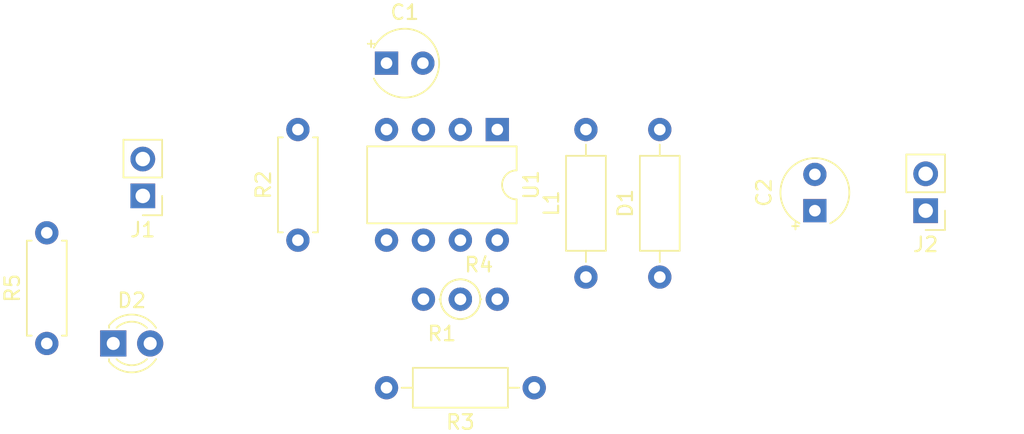
<source format=kicad_pcb>
(kicad_pcb (version 20171130) (host pcbnew "(5.1.8)-1")

  (general
    (thickness 1.6)
    (drawings 0)
    (tracks 0)
    (zones 0)
    (modules 13)
    (nets 10)
  )

  (page A4)
  (layers
    (0 F.Cu signal)
    (31 B.Cu signal)
    (32 B.Adhes user)
    (33 F.Adhes user)
    (34 B.Paste user)
    (35 F.Paste user)
    (36 B.SilkS user)
    (37 F.SilkS user)
    (38 B.Mask user)
    (39 F.Mask user)
    (40 Dwgs.User user)
    (41 Cmts.User user)
    (42 Eco1.User user)
    (43 Eco2.User user)
    (44 Edge.Cuts user)
    (45 Margin user)
    (46 B.CrtYd user)
    (47 F.CrtYd user)
    (48 B.Fab user)
    (49 F.Fab user)
  )

  (setup
    (last_trace_width 0.25)
    (trace_clearance 0.2)
    (zone_clearance 0.508)
    (zone_45_only no)
    (trace_min 0.2)
    (via_size 0.8)
    (via_drill 0.4)
    (via_min_size 0.4)
    (via_min_drill 0.3)
    (uvia_size 0.3)
    (uvia_drill 0.1)
    (uvias_allowed no)
    (uvia_min_size 0.2)
    (uvia_min_drill 0.1)
    (edge_width 0.05)
    (segment_width 0.2)
    (pcb_text_width 0.3)
    (pcb_text_size 1.5 1.5)
    (mod_edge_width 0.12)
    (mod_text_size 1 1)
    (mod_text_width 0.15)
    (pad_size 1.524 1.524)
    (pad_drill 0.762)
    (pad_to_mask_clearance 0)
    (aux_axis_origin 0 0)
    (visible_elements 7FFFFFFF)
    (pcbplotparams
      (layerselection 0x010fc_ffffffff)
      (usegerberextensions false)
      (usegerberattributes true)
      (usegerberadvancedattributes true)
      (creategerberjobfile true)
      (excludeedgelayer true)
      (linewidth 0.100000)
      (plotframeref false)
      (viasonmask false)
      (mode 1)
      (useauxorigin false)
      (hpglpennumber 1)
      (hpglpenspeed 20)
      (hpglpendiameter 15.000000)
      (psnegative false)
      (psa4output false)
      (plotreference true)
      (plotvalue true)
      (plotinvisibletext false)
      (padsonsilk false)
      (subtractmaskfromsilk false)
      (outputformat 1)
      (mirror false)
      (drillshape 1)
      (scaleselection 1)
      (outputdirectory ""))
  )

  (net 0 "")
  (net 1 GND)
  (net 2 "Net-(L1-Pad1)")
  (net 3 "Net-(C1-Pad2)")
  (net 4 "Net-(R2-Pad1)")
  (net 5 "Net-(D1-Pad2)")
  (net 6 "Net-(C2-Pad1)")
  (net 7 "Net-(R4-Pad2)")
  (net 8 "Net-(D2-Pad2)")
  (net 9 "Net-(D2-Pad1)")

  (net_class Default "This is the default net class."
    (clearance 0.2)
    (trace_width 0.25)
    (via_dia 0.8)
    (via_drill 0.4)
    (uvia_dia 0.3)
    (uvia_drill 0.1)
    (add_net GND)
    (add_net "Net-(C1-Pad2)")
    (add_net "Net-(C2-Pad1)")
    (add_net "Net-(D1-Pad2)")
    (add_net "Net-(D2-Pad1)")
    (add_net "Net-(D2-Pad2)")
    (add_net "Net-(L1-Pad1)")
    (add_net "Net-(R2-Pad1)")
    (add_net "Net-(R4-Pad2)")
  )

  (module Resistor_THT:R_Axial_DIN0207_L6.3mm_D2.5mm_P7.62mm_Horizontal (layer F.Cu) (tedit 5AE5139B) (tstamp 657396AF)
    (at 17.78 42.164 90)
    (descr "Resistor, Axial_DIN0207 series, Axial, Horizontal, pin pitch=7.62mm, 0.25W = 1/4W, length*diameter=6.3*2.5mm^2, http://cdn-reichelt.de/documents/datenblatt/B400/1_4W%23YAG.pdf")
    (tags "Resistor Axial_DIN0207 series Axial Horizontal pin pitch 7.62mm 0.25W = 1/4W length 6.3mm diameter 2.5mm")
    (path /6573DBED)
    (fp_text reference R5 (at 3.81 -2.37 90) (layer F.SilkS)
      (effects (font (size 1 1) (thickness 0.15)))
    )
    (fp_text value 4.7K (at 3.81 2.37 90) (layer F.Fab)
      (effects (font (size 1 1) (thickness 0.15)))
    )
    (fp_text user %R (at 3.81 0 90) (layer F.Fab)
      (effects (font (size 1 1) (thickness 0.15)))
    )
    (fp_line (start 0.66 -1.25) (end 0.66 1.25) (layer F.Fab) (width 0.1))
    (fp_line (start 0.66 1.25) (end 6.96 1.25) (layer F.Fab) (width 0.1))
    (fp_line (start 6.96 1.25) (end 6.96 -1.25) (layer F.Fab) (width 0.1))
    (fp_line (start 6.96 -1.25) (end 0.66 -1.25) (layer F.Fab) (width 0.1))
    (fp_line (start 0 0) (end 0.66 0) (layer F.Fab) (width 0.1))
    (fp_line (start 7.62 0) (end 6.96 0) (layer F.Fab) (width 0.1))
    (fp_line (start 0.54 -1.04) (end 0.54 -1.37) (layer F.SilkS) (width 0.12))
    (fp_line (start 0.54 -1.37) (end 7.08 -1.37) (layer F.SilkS) (width 0.12))
    (fp_line (start 7.08 -1.37) (end 7.08 -1.04) (layer F.SilkS) (width 0.12))
    (fp_line (start 0.54 1.04) (end 0.54 1.37) (layer F.SilkS) (width 0.12))
    (fp_line (start 0.54 1.37) (end 7.08 1.37) (layer F.SilkS) (width 0.12))
    (fp_line (start 7.08 1.37) (end 7.08 1.04) (layer F.SilkS) (width 0.12))
    (fp_line (start -1.05 -1.5) (end -1.05 1.5) (layer F.CrtYd) (width 0.05))
    (fp_line (start -1.05 1.5) (end 8.67 1.5) (layer F.CrtYd) (width 0.05))
    (fp_line (start 8.67 1.5) (end 8.67 -1.5) (layer F.CrtYd) (width 0.05))
    (fp_line (start 8.67 -1.5) (end -1.05 -1.5) (layer F.CrtYd) (width 0.05))
    (pad 2 thru_hole oval (at 7.62 0 90) (size 1.6 1.6) (drill 0.8) (layers *.Cu *.Mask)
      (net 1 GND))
    (pad 1 thru_hole circle (at 0 0 90) (size 1.6 1.6) (drill 0.8) (layers *.Cu *.Mask)
      (net 9 "Net-(D2-Pad1)"))
    (model ${KISYS3DMOD}/Resistor_THT.3dshapes/R_Axial_DIN0207_L6.3mm_D2.5mm_P7.62mm_Horizontal.wrl
      (at (xyz 0 0 0))
      (scale (xyz 1 1 1))
      (rotate (xyz 0 0 0))
    )
  )

  (module LED_THT:LED_D3.0mm (layer F.Cu) (tedit 587A3A7B) (tstamp 65739588)
    (at 22.352 42.164)
    (descr "LED, diameter 3.0mm, 2 pins")
    (tags "LED diameter 3.0mm 2 pins")
    (path /657392CC)
    (fp_text reference D2 (at 1.27 -2.96) (layer F.SilkS)
      (effects (font (size 1 1) (thickness 0.15)))
    )
    (fp_text value LED (at 1.27 2.96) (layer F.Fab)
      (effects (font (size 1 1) (thickness 0.15)))
    )
    (fp_arc (start 1.27 0) (end 0.229039 1.08) (angle -87.9) (layer F.SilkS) (width 0.12))
    (fp_arc (start 1.27 0) (end 0.229039 -1.08) (angle 87.9) (layer F.SilkS) (width 0.12))
    (fp_arc (start 1.27 0) (end -0.29 1.235516) (angle -108.8) (layer F.SilkS) (width 0.12))
    (fp_arc (start 1.27 0) (end -0.29 -1.235516) (angle 108.8) (layer F.SilkS) (width 0.12))
    (fp_arc (start 1.27 0) (end -0.23 -1.16619) (angle 284.3) (layer F.Fab) (width 0.1))
    (fp_circle (center 1.27 0) (end 2.77 0) (layer F.Fab) (width 0.1))
    (fp_line (start -0.23 -1.16619) (end -0.23 1.16619) (layer F.Fab) (width 0.1))
    (fp_line (start -0.29 -1.236) (end -0.29 -1.08) (layer F.SilkS) (width 0.12))
    (fp_line (start -0.29 1.08) (end -0.29 1.236) (layer F.SilkS) (width 0.12))
    (fp_line (start -1.15 -2.25) (end -1.15 2.25) (layer F.CrtYd) (width 0.05))
    (fp_line (start -1.15 2.25) (end 3.7 2.25) (layer F.CrtYd) (width 0.05))
    (fp_line (start 3.7 2.25) (end 3.7 -2.25) (layer F.CrtYd) (width 0.05))
    (fp_line (start 3.7 -2.25) (end -1.15 -2.25) (layer F.CrtYd) (width 0.05))
    (pad 2 thru_hole circle (at 2.54 0) (size 1.8 1.8) (drill 0.9) (layers *.Cu *.Mask)
      (net 8 "Net-(D2-Pad2)"))
    (pad 1 thru_hole rect (at 0 0) (size 1.8 1.8) (drill 0.9) (layers *.Cu *.Mask)
      (net 9 "Net-(D2-Pad1)"))
    (model ${KISYS3DMOD}/LED_THT.3dshapes/LED_D3.0mm.wrl
      (at (xyz 0 0 0))
      (scale (xyz 1 1 1))
      (rotate (xyz 0 0 0))
    )
  )

  (module Connector_PinHeader_2.54mm:PinHeader_1x02_P2.54mm_Vertical (layer F.Cu) (tedit 59FED5CC) (tstamp 65688AD2)
    (at 78.232 33.02 180)
    (descr "Through hole straight pin header, 1x02, 2.54mm pitch, single row")
    (tags "Through hole pin header THT 1x02 2.54mm single row")
    (path /6569845F)
    (fp_text reference J2 (at 0 -2.33) (layer F.SilkS)
      (effects (font (size 1 1) (thickness 0.15)))
    )
    (fp_text value Conn_01x02_Male (at 0 4.87) (layer F.Fab)
      (effects (font (size 1 1) (thickness 0.15)))
    )
    (fp_line (start -0.635 -1.27) (end 1.27 -1.27) (layer F.Fab) (width 0.1))
    (fp_line (start 1.27 -1.27) (end 1.27 3.81) (layer F.Fab) (width 0.1))
    (fp_line (start 1.27 3.81) (end -1.27 3.81) (layer F.Fab) (width 0.1))
    (fp_line (start -1.27 3.81) (end -1.27 -0.635) (layer F.Fab) (width 0.1))
    (fp_line (start -1.27 -0.635) (end -0.635 -1.27) (layer F.Fab) (width 0.1))
    (fp_line (start -1.33 3.87) (end 1.33 3.87) (layer F.SilkS) (width 0.12))
    (fp_line (start -1.33 1.27) (end -1.33 3.87) (layer F.SilkS) (width 0.12))
    (fp_line (start 1.33 1.27) (end 1.33 3.87) (layer F.SilkS) (width 0.12))
    (fp_line (start -1.33 1.27) (end 1.33 1.27) (layer F.SilkS) (width 0.12))
    (fp_line (start -1.33 0) (end -1.33 -1.33) (layer F.SilkS) (width 0.12))
    (fp_line (start -1.33 -1.33) (end 0 -1.33) (layer F.SilkS) (width 0.12))
    (fp_line (start -1.8 -1.8) (end -1.8 4.35) (layer F.CrtYd) (width 0.05))
    (fp_line (start -1.8 4.35) (end 1.8 4.35) (layer F.CrtYd) (width 0.05))
    (fp_line (start 1.8 4.35) (end 1.8 -1.8) (layer F.CrtYd) (width 0.05))
    (fp_line (start 1.8 -1.8) (end -1.8 -1.8) (layer F.CrtYd) (width 0.05))
    (fp_text user %R (at 2.032 5.08 90) (layer F.Fab)
      (effects (font (size 1 1) (thickness 0.15)))
    )
    (pad 2 thru_hole oval (at 0 2.54 180) (size 1.7 1.7) (drill 1) (layers *.Cu *.Mask)
      (net 1 GND))
    (pad 1 thru_hole rect (at 0 0 180) (size 1.7 1.7) (drill 1) (layers *.Cu *.Mask)
      (net 6 "Net-(C2-Pad1)"))
    (model ${KISYS3DMOD}/Connector_PinHeader_2.54mm.3dshapes/PinHeader_1x02_P2.54mm_Vertical.wrl
      (at (xyz 0 0 0))
      (scale (xyz 1 1 1))
      (rotate (xyz 0 0 0))
    )
  )

  (module Connector_PinHeader_2.54mm:PinHeader_1x02_P2.54mm_Vertical (layer F.Cu) (tedit 59FED5CC) (tstamp 6568ABF7)
    (at 24.384 32.004 180)
    (descr "Through hole straight pin header, 1x02, 2.54mm pitch, single row")
    (tags "Through hole pin header THT 1x02 2.54mm single row")
    (path /656A12FB)
    (fp_text reference J1 (at 0 -2.33) (layer F.SilkS)
      (effects (font (size 1 1) (thickness 0.15)))
    )
    (fp_text value Conn_01x02_Male (at -2.54 1.016 270) (layer F.Fab)
      (effects (font (size 1 1) (thickness 0.15)))
    )
    (fp_line (start 1.8 -1.8) (end -1.8 -1.8) (layer F.CrtYd) (width 0.05))
    (fp_line (start 1.8 4.35) (end 1.8 -1.8) (layer F.CrtYd) (width 0.05))
    (fp_line (start -1.8 4.35) (end 1.8 4.35) (layer F.CrtYd) (width 0.05))
    (fp_line (start -1.8 -1.8) (end -1.8 4.35) (layer F.CrtYd) (width 0.05))
    (fp_line (start -1.33 -1.33) (end 0 -1.33) (layer F.SilkS) (width 0.12))
    (fp_line (start -1.33 0) (end -1.33 -1.33) (layer F.SilkS) (width 0.12))
    (fp_line (start -1.33 1.27) (end 1.33 1.27) (layer F.SilkS) (width 0.12))
    (fp_line (start 1.33 1.27) (end 1.33 3.87) (layer F.SilkS) (width 0.12))
    (fp_line (start -1.33 1.27) (end -1.33 3.87) (layer F.SilkS) (width 0.12))
    (fp_line (start -1.33 3.87) (end 1.33 3.87) (layer F.SilkS) (width 0.12))
    (fp_line (start -1.27 -0.635) (end -0.635 -1.27) (layer F.Fab) (width 0.1))
    (fp_line (start -1.27 3.81) (end -1.27 -0.635) (layer F.Fab) (width 0.1))
    (fp_line (start 1.27 3.81) (end -1.27 3.81) (layer F.Fab) (width 0.1))
    (fp_line (start 1.27 -1.27) (end 1.27 3.81) (layer F.Fab) (width 0.1))
    (fp_line (start -0.635 -1.27) (end 1.27 -1.27) (layer F.Fab) (width 0.1))
    (fp_text user %R (at 0 1.27 180) (layer F.Fab)
      (effects (font (size 1 1) (thickness 0.15)))
    )
    (pad 1 thru_hole rect (at 0 0 180) (size 1.7 1.7) (drill 1) (layers *.Cu *.Mask)
      (net 8 "Net-(D2-Pad2)"))
    (pad 2 thru_hole oval (at 0 2.54 180) (size 1.7 1.7) (drill 1) (layers *.Cu *.Mask)
      (net 1 GND))
    (model ${KISYS3DMOD}/Connector_PinHeader_2.54mm.3dshapes/PinHeader_1x02_P2.54mm_Vertical.wrl
      (at (xyz 0 0 0))
      (scale (xyz 1 1 1))
      (rotate (xyz 0 0 0))
    )
  )

  (module Capacitor_THT:CP_Radial_Tantal_D4.5mm_P2.50mm (layer F.Cu) (tedit 5AE50EF0) (tstamp 65688F48)
    (at 70.612 33.02 90)
    (descr "CP, Radial_Tantal series, Radial, pin pitch=2.50mm, , diameter=4.5mm, Tantal Electrolytic Capacitor, http://cdn-reichelt.de/documents/datenblatt/B300/TANTAL-TB-Serie%23.pdf")
    (tags "CP Radial_Tantal series Radial pin pitch 2.50mm  diameter 4.5mm Tantal Electrolytic Capacitor")
    (path /6568DD1D)
    (fp_text reference C2 (at 1.25 -3.5 90) (layer F.SilkS)
      (effects (font (size 1 1) (thickness 0.15)))
    )
    (fp_text value 7mF (at 1.25 3.5 90) (layer F.Fab)
      (effects (font (size 1 1) (thickness 0.15)))
    )
    (fp_circle (center 1.25 0) (end 3.5 0) (layer F.Fab) (width 0.1))
    (fp_circle (center 1.25 0) (end 3.78 0) (layer F.CrtYd) (width 0.05))
    (fp_line (start -0.66808 -0.9775) (end -0.21808 -0.9775) (layer F.Fab) (width 0.1))
    (fp_line (start -0.44308 -1.2025) (end -0.44308 -0.7525) (layer F.Fab) (width 0.1))
    (fp_line (start -1.287288 -1.335) (end -0.837288 -1.335) (layer F.SilkS) (width 0.12))
    (fp_line (start -1.062288 -1.56) (end -1.062288 -1.11) (layer F.SilkS) (width 0.12))
    (fp_text user %R (at 1.25 0 90) (layer F.Fab)
      (effects (font (size 0.9 0.9) (thickness 0.135)))
    )
    (fp_arc (start 1.25 0) (end -0.869741 -1.06) (angle 306.864288) (layer F.SilkS) (width 0.12))
    (pad 2 thru_hole circle (at 2.5 0 90) (size 1.6 1.6) (drill 0.8) (layers *.Cu *.Mask)
      (net 1 GND))
    (pad 1 thru_hole rect (at 0 0 90) (size 1.6 1.6) (drill 0.8) (layers *.Cu *.Mask)
      (net 6 "Net-(C2-Pad1)"))
    (model ${KISYS3DMOD}/Capacitor_THT.3dshapes/CP_Radial_Tantal_D4.5mm_P2.50mm.wrl
      (at (xyz 0 0 0))
      (scale (xyz 1 1 1))
      (rotate (xyz 0 0 0))
    )
  )

  (module Capacitor_THT:CP_Radial_Tantal_D4.5mm_P2.50mm (layer F.Cu) (tedit 5AE50EF0) (tstamp 65688F3A)
    (at 41.148 22.86)
    (descr "CP, Radial_Tantal series, Radial, pin pitch=2.50mm, , diameter=4.5mm, Tantal Electrolytic Capacitor, http://cdn-reichelt.de/documents/datenblatt/B300/TANTAL-TB-Serie%23.pdf")
    (tags "CP Radial_Tantal series Radial pin pitch 2.50mm  diameter 4.5mm Tantal Electrolytic Capacitor")
    (path /6568D646)
    (fp_text reference C1 (at 1.25 -3.5) (layer F.SilkS)
      (effects (font (size 1 1) (thickness 0.15)))
    )
    (fp_text value 617pF (at 1.25 3.5) (layer F.Fab)
      (effects (font (size 1 1) (thickness 0.15)))
    )
    (fp_circle (center 1.25 0) (end 3.5 0) (layer F.Fab) (width 0.1))
    (fp_circle (center 1.25 0) (end 3.78 0) (layer F.CrtYd) (width 0.05))
    (fp_line (start -0.66808 -0.9775) (end -0.21808 -0.9775) (layer F.Fab) (width 0.1))
    (fp_line (start -0.44308 -1.2025) (end -0.44308 -0.7525) (layer F.Fab) (width 0.1))
    (fp_line (start -1.287288 -1.335) (end -0.837288 -1.335) (layer F.SilkS) (width 0.12))
    (fp_line (start -1.062288 -1.56) (end -1.062288 -1.11) (layer F.SilkS) (width 0.12))
    (fp_text user %R (at 1.25 0) (layer F.Fab)
      (effects (font (size 0.9 0.9) (thickness 0.135)))
    )
    (fp_arc (start 1.25 0) (end -0.869741 -1.06) (angle 306.864288) (layer F.SilkS) (width 0.12))
    (pad 2 thru_hole circle (at 2.5 0) (size 1.6 1.6) (drill 0.8) (layers *.Cu *.Mask)
      (net 3 "Net-(C1-Pad2)"))
    (pad 1 thru_hole rect (at 0 0) (size 1.6 1.6) (drill 0.8) (layers *.Cu *.Mask)
      (net 1 GND))
    (model ${KISYS3DMOD}/Capacitor_THT.3dshapes/CP_Radial_Tantal_D4.5mm_P2.50mm.wrl
      (at (xyz 0 0 0))
      (scale (xyz 1 1 1))
      (rotate (xyz 0 0 0))
    )
  )

  (module Resistor_THT:R_Axial_DIN0207_L6.3mm_D2.5mm_P10.16mm_Horizontal (layer F.Cu) (tedit 5AE5139B) (tstamp 65688F5F)
    (at 59.944 37.592 90)
    (descr "Resistor, Axial_DIN0207 series, Axial, Horizontal, pin pitch=10.16mm, 0.25W = 1/4W, length*diameter=6.3*2.5mm^2, http://cdn-reichelt.de/documents/datenblatt/B400/1_4W%23YAG.pdf")
    (tags "Resistor Axial_DIN0207 series Axial Horizontal pin pitch 10.16mm 0.25W = 1/4W length 6.3mm diameter 2.5mm")
    (path /65692C39)
    (fp_text reference D1 (at 5.08 -2.37 90) (layer F.SilkS)
      (effects (font (size 1 1) (thickness 0.15)))
    )
    (fp_text value D_Schottky (at 5.08 2.37 90) (layer F.Fab)
      (effects (font (size 1 1) (thickness 0.15)))
    )
    (fp_line (start 1.93 -1.25) (end 1.93 1.25) (layer F.Fab) (width 0.1))
    (fp_line (start 1.93 1.25) (end 8.23 1.25) (layer F.Fab) (width 0.1))
    (fp_line (start 8.23 1.25) (end 8.23 -1.25) (layer F.Fab) (width 0.1))
    (fp_line (start 8.23 -1.25) (end 1.93 -1.25) (layer F.Fab) (width 0.1))
    (fp_line (start 0 0) (end 1.93 0) (layer F.Fab) (width 0.1))
    (fp_line (start 10.16 0) (end 8.23 0) (layer F.Fab) (width 0.1))
    (fp_line (start 1.81 -1.37) (end 1.81 1.37) (layer F.SilkS) (width 0.12))
    (fp_line (start 1.81 1.37) (end 8.35 1.37) (layer F.SilkS) (width 0.12))
    (fp_line (start 8.35 1.37) (end 8.35 -1.37) (layer F.SilkS) (width 0.12))
    (fp_line (start 8.35 -1.37) (end 1.81 -1.37) (layer F.SilkS) (width 0.12))
    (fp_line (start 1.04 0) (end 1.81 0) (layer F.SilkS) (width 0.12))
    (fp_line (start 9.12 0) (end 8.35 0) (layer F.SilkS) (width 0.12))
    (fp_line (start -1.05 -1.5) (end -1.05 1.5) (layer F.CrtYd) (width 0.05))
    (fp_line (start -1.05 1.5) (end 11.21 1.5) (layer F.CrtYd) (width 0.05))
    (fp_line (start 11.21 1.5) (end 11.21 -1.5) (layer F.CrtYd) (width 0.05))
    (fp_line (start 11.21 -1.5) (end -1.05 -1.5) (layer F.CrtYd) (width 0.05))
    (fp_text user %R (at 5.08 0 90) (layer F.Fab)
      (effects (font (size 1 1) (thickness 0.15)))
    )
    (pad 2 thru_hole oval (at 10.16 0 90) (size 1.6 1.6) (drill 0.8) (layers *.Cu *.Mask)
      (net 5 "Net-(D1-Pad2)"))
    (pad 1 thru_hole circle (at 0 0 90) (size 1.6 1.6) (drill 0.8) (layers *.Cu *.Mask)
      (net 6 "Net-(C2-Pad1)"))
    (model ${KISYS3DMOD}/Resistor_THT.3dshapes/R_Axial_DIN0207_L6.3mm_D2.5mm_P10.16mm_Horizontal.wrl
      (at (xyz 0 0 0))
      (scale (xyz 1 1 1))
      (rotate (xyz 0 0 0))
    )
  )

  (module Resistor_THT:R_Axial_DIN0207_L6.3mm_D2.5mm_P10.16mm_Horizontal (layer F.Cu) (tedit 5AE5139B) (tstamp 65688FA2)
    (at 54.864 37.592 90)
    (descr "Resistor, Axial_DIN0207 series, Axial, Horizontal, pin pitch=10.16mm, 0.25W = 1/4W, length*diameter=6.3*2.5mm^2, http://cdn-reichelt.de/documents/datenblatt/B400/1_4W%23YAG.pdf")
    (tags "Resistor Axial_DIN0207 series Axial Horizontal pin pitch 10.16mm 0.25W = 1/4W length 6.3mm diameter 2.5mm")
    (path /65689A2C)
    (fp_text reference L1 (at 5.08 -2.37 90) (layer F.SilkS)
      (effects (font (size 1 1) (thickness 0.15)))
    )
    (fp_text value 150uH (at 5.08 2.37 90) (layer F.Fab)
      (effects (font (size 1 1) (thickness 0.15)))
    )
    (fp_line (start 1.93 -1.25) (end 1.93 1.25) (layer F.Fab) (width 0.1))
    (fp_line (start 1.93 1.25) (end 8.23 1.25) (layer F.Fab) (width 0.1))
    (fp_line (start 8.23 1.25) (end 8.23 -1.25) (layer F.Fab) (width 0.1))
    (fp_line (start 8.23 -1.25) (end 1.93 -1.25) (layer F.Fab) (width 0.1))
    (fp_line (start 0 0) (end 1.93 0) (layer F.Fab) (width 0.1))
    (fp_line (start 10.16 0) (end 8.23 0) (layer F.Fab) (width 0.1))
    (fp_line (start 1.81 -1.37) (end 1.81 1.37) (layer F.SilkS) (width 0.12))
    (fp_line (start 1.81 1.37) (end 8.35 1.37) (layer F.SilkS) (width 0.12))
    (fp_line (start 8.35 1.37) (end 8.35 -1.37) (layer F.SilkS) (width 0.12))
    (fp_line (start 8.35 -1.37) (end 1.81 -1.37) (layer F.SilkS) (width 0.12))
    (fp_line (start 1.04 0) (end 1.81 0) (layer F.SilkS) (width 0.12))
    (fp_line (start 9.12 0) (end 8.35 0) (layer F.SilkS) (width 0.12))
    (fp_line (start -1.05 -1.5) (end -1.05 1.5) (layer F.CrtYd) (width 0.05))
    (fp_line (start -1.05 1.5) (end 11.21 1.5) (layer F.CrtYd) (width 0.05))
    (fp_line (start 11.21 1.5) (end 11.21 -1.5) (layer F.CrtYd) (width 0.05))
    (fp_line (start 11.21 -1.5) (end -1.05 -1.5) (layer F.CrtYd) (width 0.05))
    (fp_text user %R (at 5.08 0 90) (layer F.Fab)
      (effects (font (size 1 1) (thickness 0.15)))
    )
    (pad 2 thru_hole oval (at 10.16 0 90) (size 1.6 1.6) (drill 0.8) (layers *.Cu *.Mask)
      (net 5 "Net-(D1-Pad2)"))
    (pad 1 thru_hole circle (at 0 0 90) (size 1.6 1.6) (drill 0.8) (layers *.Cu *.Mask)
      (net 2 "Net-(L1-Pad1)"))
    (model ${KISYS3DMOD}/Resistor_THT.3dshapes/R_Axial_DIN0207_L6.3mm_D2.5mm_P10.16mm_Horizontal.wrl
      (at (xyz 0 0 0))
      (scale (xyz 1 1 1))
      (rotate (xyz 0 0 0))
    )
  )

  (module Resistor_THT:R_Axial_DIN0207_L6.3mm_D2.5mm_P10.16mm_Horizontal (layer F.Cu) (tedit 5AE5139B) (tstamp 65688FFD)
    (at 51.308 45.212 180)
    (descr "Resistor, Axial_DIN0207 series, Axial, Horizontal, pin pitch=10.16mm, 0.25W = 1/4W, length*diameter=6.3*2.5mm^2, http://cdn-reichelt.de/documents/datenblatt/B400/1_4W%23YAG.pdf")
    (tags "Resistor Axial_DIN0207 series Axial Horizontal pin pitch 10.16mm 0.25W = 1/4W length 6.3mm diameter 2.5mm")
    (path /6568C082)
    (fp_text reference R3 (at 5.08 -2.37) (layer F.SilkS)
      (effects (font (size 1 1) (thickness 0.15)))
    )
    (fp_text value 6.2K (at 5.08 2.37) (layer F.Fab)
      (effects (font (size 1 1) (thickness 0.15)))
    )
    (fp_line (start 1.93 -1.25) (end 1.93 1.25) (layer F.Fab) (width 0.1))
    (fp_line (start 1.93 1.25) (end 8.23 1.25) (layer F.Fab) (width 0.1))
    (fp_line (start 8.23 1.25) (end 8.23 -1.25) (layer F.Fab) (width 0.1))
    (fp_line (start 8.23 -1.25) (end 1.93 -1.25) (layer F.Fab) (width 0.1))
    (fp_line (start 0 0) (end 1.93 0) (layer F.Fab) (width 0.1))
    (fp_line (start 10.16 0) (end 8.23 0) (layer F.Fab) (width 0.1))
    (fp_line (start 1.81 -1.37) (end 1.81 1.37) (layer F.SilkS) (width 0.12))
    (fp_line (start 1.81 1.37) (end 8.35 1.37) (layer F.SilkS) (width 0.12))
    (fp_line (start 8.35 1.37) (end 8.35 -1.37) (layer F.SilkS) (width 0.12))
    (fp_line (start 8.35 -1.37) (end 1.81 -1.37) (layer F.SilkS) (width 0.12))
    (fp_line (start 1.04 0) (end 1.81 0) (layer F.SilkS) (width 0.12))
    (fp_line (start 9.12 0) (end 8.35 0) (layer F.SilkS) (width 0.12))
    (fp_line (start -1.05 -1.5) (end -1.05 1.5) (layer F.CrtYd) (width 0.05))
    (fp_line (start -1.05 1.5) (end 11.21 1.5) (layer F.CrtYd) (width 0.05))
    (fp_line (start 11.21 1.5) (end 11.21 -1.5) (layer F.CrtYd) (width 0.05))
    (fp_line (start 11.21 -1.5) (end -1.05 -1.5) (layer F.CrtYd) (width 0.05))
    (fp_text user %R (at 5.08 0) (layer F.Fab)
      (effects (font (size 1 1) (thickness 0.15)))
    )
    (pad 2 thru_hole oval (at 10.16 0 180) (size 1.6 1.6) (drill 0.8) (layers *.Cu *.Mask)
      (net 4 "Net-(R2-Pad1)"))
    (pad 1 thru_hole circle (at 0 0 180) (size 1.6 1.6) (drill 0.8) (layers *.Cu *.Mask)
      (net 6 "Net-(C2-Pad1)"))
    (model ${KISYS3DMOD}/Resistor_THT.3dshapes/R_Axial_DIN0207_L6.3mm_D2.5mm_P10.16mm_Horizontal.wrl
      (at (xyz 0 0 0))
      (scale (xyz 1 1 1))
      (rotate (xyz 0 0 0))
    )
  )

  (module Resistor_THT:R_Axial_DIN0207_L6.3mm_D2.5mm_P7.62mm_Horizontal (layer F.Cu) (tedit 5AE5139B) (tstamp 65688AE1)
    (at 35.052 35.052 90)
    (descr "Resistor, Axial_DIN0207 series, Axial, Horizontal, pin pitch=7.62mm, 0.25W = 1/4W, length*diameter=6.3*2.5mm^2, http://cdn-reichelt.de/documents/datenblatt/B400/1_4W%23YAG.pdf")
    (tags "Resistor Axial_DIN0207 series Axial Horizontal pin pitch 7.62mm 0.25W = 1/4W length 6.3mm diameter 2.5mm")
    (path /6568BBD9)
    (fp_text reference R2 (at 3.81 -2.37 90) (layer F.SilkS)
      (effects (font (size 1 1) (thickness 0.15)))
    )
    (fp_text value 1K (at 3.81 2.37 90) (layer F.Fab)
      (effects (font (size 1 1) (thickness 0.15)))
    )
    (fp_line (start 0.66 -1.25) (end 0.66 1.25) (layer F.Fab) (width 0.1))
    (fp_line (start 0.66 1.25) (end 6.96 1.25) (layer F.Fab) (width 0.1))
    (fp_line (start 6.96 1.25) (end 6.96 -1.25) (layer F.Fab) (width 0.1))
    (fp_line (start 6.96 -1.25) (end 0.66 -1.25) (layer F.Fab) (width 0.1))
    (fp_line (start 0 0) (end 0.66 0) (layer F.Fab) (width 0.1))
    (fp_line (start 7.62 0) (end 6.96 0) (layer F.Fab) (width 0.1))
    (fp_line (start 0.54 -1.04) (end 0.54 -1.37) (layer F.SilkS) (width 0.12))
    (fp_line (start 0.54 -1.37) (end 7.08 -1.37) (layer F.SilkS) (width 0.12))
    (fp_line (start 7.08 -1.37) (end 7.08 -1.04) (layer F.SilkS) (width 0.12))
    (fp_line (start 0.54 1.04) (end 0.54 1.37) (layer F.SilkS) (width 0.12))
    (fp_line (start 0.54 1.37) (end 7.08 1.37) (layer F.SilkS) (width 0.12))
    (fp_line (start 7.08 1.37) (end 7.08 1.04) (layer F.SilkS) (width 0.12))
    (fp_line (start -1.05 -1.5) (end -1.05 1.5) (layer F.CrtYd) (width 0.05))
    (fp_line (start -1.05 1.5) (end 8.67 1.5) (layer F.CrtYd) (width 0.05))
    (fp_line (start 8.67 1.5) (end 8.67 -1.5) (layer F.CrtYd) (width 0.05))
    (fp_line (start 8.67 -1.5) (end -1.05 -1.5) (layer F.CrtYd) (width 0.05))
    (fp_text user %R (at 3.81 0 90) (layer F.Fab)
      (effects (font (size 1 1) (thickness 0.15)))
    )
    (pad 2 thru_hole oval (at 7.62 0 90) (size 1.6 1.6) (drill 0.8) (layers *.Cu *.Mask)
      (net 1 GND))
    (pad 1 thru_hole circle (at 0 0 90) (size 1.6 1.6) (drill 0.8) (layers *.Cu *.Mask)
      (net 4 "Net-(R2-Pad1)"))
    (model ${KISYS3DMOD}/Resistor_THT.3dshapes/R_Axial_DIN0207_L6.3mm_D2.5mm_P7.62mm_Horizontal.wrl
      (at (xyz 0 0 0))
      (scale (xyz 1 1 1))
      (rotate (xyz 0 0 0))
    )
  )

  (module Resistor_THT:R_Axial_DIN0207_L6.3mm_D2.5mm_P2.54mm_Vertical (layer F.Cu) (tedit 5AE5139B) (tstamp 65688FE6)
    (at 46.228 39.116)
    (descr "Resistor, Axial_DIN0207 series, Axial, Vertical, pin pitch=2.54mm, 0.25W = 1/4W, length*diameter=6.3*2.5mm^2, http://cdn-reichelt.de/documents/datenblatt/B400/1_4W%23YAG.pdf")
    (tags "Resistor Axial_DIN0207 series Axial Vertical pin pitch 2.54mm 0.25W = 1/4W length 6.3mm diameter 2.5mm")
    (path /6568C82E)
    (fp_text reference R4 (at 1.27 -2.37) (layer F.SilkS)
      (effects (font (size 1 1) (thickness 0.15)))
    )
    (fp_text value 180R (at 1.27 2.37) (layer F.Fab)
      (effects (font (size 1 1) (thickness 0.15)))
    )
    (fp_circle (center 0 0) (end 1.25 0) (layer F.Fab) (width 0.1))
    (fp_circle (center 0 0) (end 1.37 0) (layer F.SilkS) (width 0.12))
    (fp_line (start 0 0) (end 2.54 0) (layer F.Fab) (width 0.1))
    (fp_line (start 1.37 0) (end 1.44 0) (layer F.SilkS) (width 0.12))
    (fp_line (start -1.5 -1.5) (end -1.5 1.5) (layer F.CrtYd) (width 0.05))
    (fp_line (start -1.5 1.5) (end 3.59 1.5) (layer F.CrtYd) (width 0.05))
    (fp_line (start 3.59 1.5) (end 3.59 -1.5) (layer F.CrtYd) (width 0.05))
    (fp_line (start 3.59 -1.5) (end -1.5 -1.5) (layer F.CrtYd) (width 0.05))
    (fp_text user %R (at 1.27 -2.37) (layer F.Fab)
      (effects (font (size 1 1) (thickness 0.15)))
    )
    (pad 2 thru_hole oval (at 2.54 0) (size 1.6 1.6) (drill 0.8) (layers *.Cu *.Mask)
      (net 7 "Net-(R4-Pad2)"))
    (pad 1 thru_hole circle (at 0 0) (size 1.6 1.6) (drill 0.8) (layers *.Cu *.Mask)
      (net 2 "Net-(L1-Pad1)"))
    (model ${KISYS3DMOD}/Resistor_THT.3dshapes/R_Axial_DIN0207_L6.3mm_D2.5mm_P2.54mm_Vertical.wrl
      (at (xyz 0 0 0))
      (scale (xyz 1 1 1))
      (rotate (xyz 0 0 0))
    )
  )

  (module Resistor_THT:R_Axial_DIN0207_L6.3mm_D2.5mm_P2.54mm_Vertical (layer F.Cu) (tedit 5AE5139B) (tstamp 656CF4FE)
    (at 46.228 39.116 180)
    (descr "Resistor, Axial_DIN0207 series, Axial, Vertical, pin pitch=2.54mm, 0.25W = 1/4W, length*diameter=6.3*2.5mm^2, http://cdn-reichelt.de/documents/datenblatt/B400/1_4W%23YAG.pdf")
    (tags "Resistor Axial_DIN0207 series Axial Vertical pin pitch 2.54mm 0.25W = 1/4W length 6.3mm diameter 2.5mm")
    (path /6568B676)
    (fp_text reference R1 (at 1.27 -2.37) (layer F.SilkS)
      (effects (font (size 1 1) (thickness 0.15)))
    )
    (fp_text value 1R (at 1.27 2.37) (layer F.Fab)
      (effects (font (size 1 1) (thickness 0.15)))
    )
    (fp_circle (center 0 0) (end 1.25 0) (layer F.Fab) (width 0.1))
    (fp_circle (center 0 0) (end 1.37 0) (layer F.SilkS) (width 0.12))
    (fp_line (start 0 0) (end 2.54 0) (layer F.Fab) (width 0.1))
    (fp_line (start 1.37 0) (end 1.44 0) (layer F.SilkS) (width 0.12))
    (fp_line (start -1.5 -1.5) (end -1.5 1.5) (layer F.CrtYd) (width 0.05))
    (fp_line (start -1.5 1.5) (end 3.59 1.5) (layer F.CrtYd) (width 0.05))
    (fp_line (start 3.59 1.5) (end 3.59 -1.5) (layer F.CrtYd) (width 0.05))
    (fp_line (start 3.59 -1.5) (end -1.5 -1.5) (layer F.CrtYd) (width 0.05))
    (fp_text user %R (at 1.27 -2.37) (layer F.Fab)
      (effects (font (size 1 1) (thickness 0.15)))
    )
    (pad 1 thru_hole circle (at 0 0 180) (size 1.6 1.6) (drill 0.8) (layers *.Cu *.Mask)
      (net 2 "Net-(L1-Pad1)"))
    (pad 2 thru_hole oval (at 2.54 0 180) (size 1.6 1.6) (drill 0.8) (layers *.Cu *.Mask)
      (net 8 "Net-(D2-Pad2)"))
    (model ${KISYS3DMOD}/Resistor_THT.3dshapes/R_Axial_DIN0207_L6.3mm_D2.5mm_P2.54mm_Vertical.wrl
      (at (xyz 0 0 0))
      (scale (xyz 1 1 1))
      (rotate (xyz 0 0 0))
    )
  )

  (module Package_DIP:DIP-8_W7.62mm (layer F.Cu) (tedit 5A02E8C5) (tstamp 6568874A)
    (at 48.768 27.432 270)
    (descr "8-lead though-hole mounted DIP package, row spacing 7.62 mm (300 mils)")
    (tags "THT DIP DIL PDIP 2.54mm 7.62mm 300mil")
    (path /65687CE6)
    (fp_text reference U1 (at 3.81 -2.33 90) (layer F.SilkS)
      (effects (font (size 1 1) (thickness 0.15)))
    )
    (fp_text value MC34063AP (at 3.81 9.95 90) (layer F.Fab)
      (effects (font (size 1 1) (thickness 0.15)))
    )
    (fp_line (start 1.635 -1.27) (end 6.985 -1.27) (layer F.Fab) (width 0.1))
    (fp_line (start 6.985 -1.27) (end 6.985 8.89) (layer F.Fab) (width 0.1))
    (fp_line (start 6.985 8.89) (end 0.635 8.89) (layer F.Fab) (width 0.1))
    (fp_line (start 0.635 8.89) (end 0.635 -0.27) (layer F.Fab) (width 0.1))
    (fp_line (start 0.635 -0.27) (end 1.635 -1.27) (layer F.Fab) (width 0.1))
    (fp_line (start 2.81 -1.33) (end 1.16 -1.33) (layer F.SilkS) (width 0.12))
    (fp_line (start 1.16 -1.33) (end 1.16 8.95) (layer F.SilkS) (width 0.12))
    (fp_line (start 1.16 8.95) (end 6.46 8.95) (layer F.SilkS) (width 0.12))
    (fp_line (start 6.46 8.95) (end 6.46 -1.33) (layer F.SilkS) (width 0.12))
    (fp_line (start 6.46 -1.33) (end 4.81 -1.33) (layer F.SilkS) (width 0.12))
    (fp_line (start -1.1 -1.55) (end -1.1 9.15) (layer F.CrtYd) (width 0.05))
    (fp_line (start -1.1 9.15) (end 8.7 9.15) (layer F.CrtYd) (width 0.05))
    (fp_line (start 8.7 9.15) (end 8.7 -1.55) (layer F.CrtYd) (width 0.05))
    (fp_line (start 8.7 -1.55) (end -1.1 -1.55) (layer F.CrtYd) (width 0.05))
    (fp_text user %R (at 3.81 3.81 90) (layer F.Fab)
      (effects (font (size 1 1) (thickness 0.15)))
    )
    (fp_arc (start 3.81 -1.33) (end 2.81 -1.33) (angle -180) (layer F.SilkS) (width 0.12))
    (pad 8 thru_hole oval (at 7.62 0 270) (size 1.6 1.6) (drill 0.8) (layers *.Cu *.Mask)
      (net 7 "Net-(R4-Pad2)"))
    (pad 4 thru_hole oval (at 0 7.62 270) (size 1.6 1.6) (drill 0.8) (layers *.Cu *.Mask)
      (net 1 GND))
    (pad 7 thru_hole oval (at 7.62 2.54 270) (size 1.6 1.6) (drill 0.8) (layers *.Cu *.Mask)
      (net 2 "Net-(L1-Pad1)"))
    (pad 3 thru_hole oval (at 0 5.08 270) (size 1.6 1.6) (drill 0.8) (layers *.Cu *.Mask)
      (net 3 "Net-(C1-Pad2)"))
    (pad 6 thru_hole oval (at 7.62 5.08 270) (size 1.6 1.6) (drill 0.8) (layers *.Cu *.Mask)
      (net 8 "Net-(D2-Pad2)"))
    (pad 2 thru_hole oval (at 0 2.54 270) (size 1.6 1.6) (drill 0.8) (layers *.Cu *.Mask)
      (net 1 GND))
    (pad 5 thru_hole oval (at 7.62 7.62 270) (size 1.6 1.6) (drill 0.8) (layers *.Cu *.Mask)
      (net 4 "Net-(R2-Pad1)"))
    (pad 1 thru_hole rect (at 0 0 270) (size 1.6 1.6) (drill 0.8) (layers *.Cu *.Mask)
      (net 5 "Net-(D1-Pad2)"))
    (model ${KISYS3DMOD}/Package_DIP.3dshapes/DIP-8_W7.62mm.wrl
      (at (xyz 0 0 0))
      (scale (xyz 1 1 1))
      (rotate (xyz 0 0 0))
    )
  )

)

</source>
